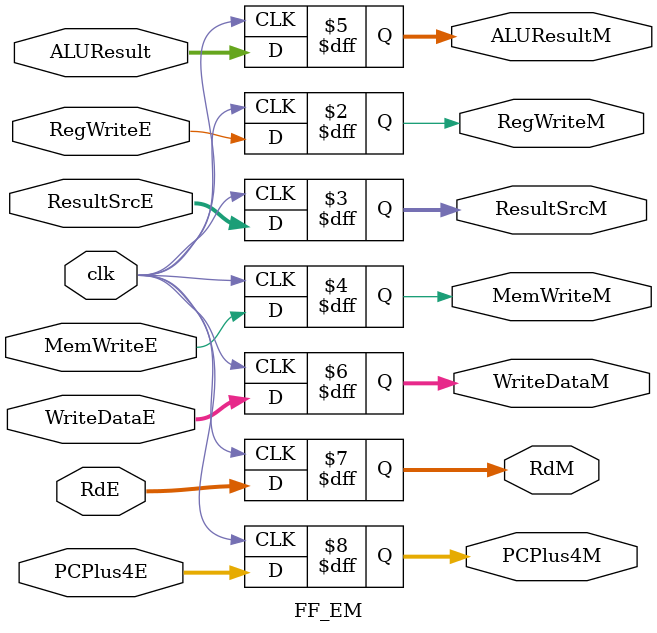
<source format=sv>
module FF_EM #(
    parameter DATA_WIDTH = 32,
    parameter WIDTH = 5
)(
    input logic clk,
    input logic RegWriteE,
    output logic RegWriteM,
    input logic [1:0] ResultSrcE,
    output logic [1:0] ResultSrcM,
    input logic MemWriteE,
    output logic MemWriteM,
    input logic [DATA_WIDTH-1:0] ALUResult,
    output logic [DATA_WIDTH-1:0] ALUResultM,
    input logic [DATA_WIDTH-1:0] WriteDataE,
    output logic [DATA_WIDTH-1:0] WriteDataM,
    input logic [WIDTH-1:0] RdE,
    output logic [WIDTH-1:0] RdM,
    input logic [DATA_WIDTH-1:0] PCPlus4E,
    output logic [DATA_WIDTH-1:0] PCPlus4M
);

always_ff @(posedge clk) begin
    RegWriteM <= RegWriteE;
    ResultSrcM <= ResultSrcE;
    MemWriteM <= MemWriteE;
    ALUResultM <= ALUResult;
    WriteDataM <= WriteDataE;
    RdM <= RdE;
    PCPlus4M <= PCPlus4E;
end

endmodule

</source>
